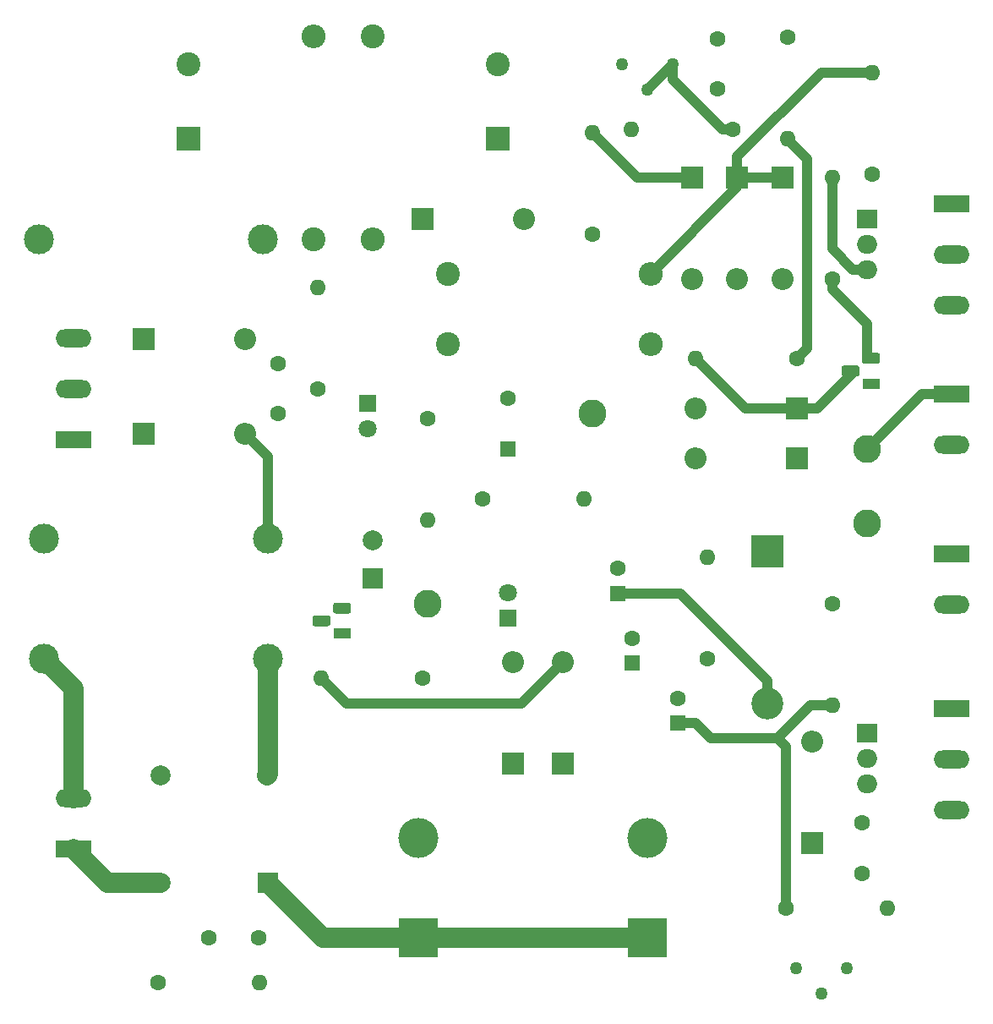
<source format=gbr>
G04 #@! TF.GenerationSoftware,KiCad,Pcbnew,(5.0.0-3-g5ebb6b6)*
G04 #@! TF.CreationDate,2018-12-23T17:20:18+00:00*
G04 #@! TF.ProjectId,Regulator,526567756C61746F722E6B696361645F,rev?*
G04 #@! TF.SameCoordinates,Original*
G04 #@! TF.FileFunction,Copper,L2,Bot,Signal*
G04 #@! TF.FilePolarity,Positive*
%FSLAX46Y46*%
G04 Gerber Fmt 4.6, Leading zero omitted, Abs format (unit mm)*
G04 Created by KiCad (PCBNEW (5.0.0-3-g5ebb6b6)) date Sunday, 23 December 2018 at 17:20:18*
%MOMM*%
%LPD*%
G01*
G04 APERTURE LIST*
G04 #@! TA.AperFunction,ComponentPad*
%ADD10C,2.000000*%
G04 #@! TD*
G04 #@! TA.AperFunction,ComponentPad*
%ADD11R,2.000000X2.000000*%
G04 #@! TD*
G04 #@! TA.AperFunction,ComponentPad*
%ADD12C,1.600000*%
G04 #@! TD*
G04 #@! TA.AperFunction,ComponentPad*
%ADD13C,4.000000*%
G04 #@! TD*
G04 #@! TA.AperFunction,ComponentPad*
%ADD14R,4.000000X4.000000*%
G04 #@! TD*
G04 #@! TA.AperFunction,ComponentPad*
%ADD15R,1.600000X1.600000*%
G04 #@! TD*
G04 #@! TA.AperFunction,ComponentPad*
%ADD16C,2.400000*%
G04 #@! TD*
G04 #@! TA.AperFunction,ComponentPad*
%ADD17R,2.400000X2.400000*%
G04 #@! TD*
G04 #@! TA.AperFunction,ComponentPad*
%ADD18O,2.200000X2.200000*%
G04 #@! TD*
G04 #@! TA.AperFunction,ComponentPad*
%ADD19R,2.200000X2.200000*%
G04 #@! TD*
G04 #@! TA.AperFunction,ComponentPad*
%ADD20R,3.200000X3.200000*%
G04 #@! TD*
G04 #@! TA.AperFunction,ComponentPad*
%ADD21O,3.200000X3.200000*%
G04 #@! TD*
G04 #@! TA.AperFunction,ComponentPad*
%ADD22R,1.800000X1.800000*%
G04 #@! TD*
G04 #@! TA.AperFunction,ComponentPad*
%ADD23C,1.800000*%
G04 #@! TD*
G04 #@! TA.AperFunction,ComponentPad*
%ADD24C,3.000000*%
G04 #@! TD*
G04 #@! TA.AperFunction,ComponentPad*
%ADD25R,3.600000X1.800000*%
G04 #@! TD*
G04 #@! TA.AperFunction,ComponentPad*
%ADD26O,3.600000X1.800000*%
G04 #@! TD*
G04 #@! TA.AperFunction,Conductor*
%ADD27C,0.100000*%
G04 #@! TD*
G04 #@! TA.AperFunction,ComponentPad*
%ADD28C,1.100000*%
G04 #@! TD*
G04 #@! TA.AperFunction,ComponentPad*
%ADD29R,1.800000X1.100000*%
G04 #@! TD*
G04 #@! TA.AperFunction,ComponentPad*
%ADD30R,2.000000X1.905000*%
G04 #@! TD*
G04 #@! TA.AperFunction,ComponentPad*
%ADD31O,2.000000X1.905000*%
G04 #@! TD*
G04 #@! TA.AperFunction,ComponentPad*
%ADD32O,1.600000X1.600000*%
G04 #@! TD*
G04 #@! TA.AperFunction,ComponentPad*
%ADD33C,2.800000*%
G04 #@! TD*
G04 #@! TA.AperFunction,ComponentPad*
%ADD34C,1.260000*%
G04 #@! TD*
G04 #@! TA.AperFunction,ComponentPad*
%ADD35O,2.400000X2.400000*%
G04 #@! TD*
G04 #@! TA.AperFunction,ComponentPad*
%ADD36R,1.998980X1.998980*%
G04 #@! TD*
G04 #@! TA.AperFunction,ComponentPad*
%ADD37C,1.998980*%
G04 #@! TD*
G04 #@! TA.AperFunction,Conductor*
%ADD38C,2.000000*%
G04 #@! TD*
G04 #@! TA.AperFunction,Conductor*
%ADD39C,1.000000*%
G04 #@! TD*
G04 APERTURE END LIST*
D10*
G04 #@! TO.P,D8,3*
G04 #@! TO.N,+VDC*
X64700000Y-126200000D03*
G04 #@! TO.P,D8,4*
G04 #@! TO.N,Net-(D8-Pad4)*
X64700000Y-137000000D03*
D11*
G04 #@! TO.P,D8,1*
G04 #@! TO.N,REG3*
X75500000Y-137000000D03*
D10*
G04 #@! TO.P,D8,2*
G04 #@! TO.N,Net-(C1-Pad2)*
X75400000Y-126200000D03*
G04 #@! TD*
D12*
G04 #@! TO.P,C1,1*
G04 #@! TO.N,Net-(C1-Pad1)*
X74500000Y-142500000D03*
G04 #@! TO.P,C1,2*
G04 #@! TO.N,Net-(C1-Pad2)*
X69500000Y-142500000D03*
G04 #@! TD*
D13*
G04 #@! TO.P,C2,2*
G04 #@! TO.N,+VDC*
X113500000Y-132500000D03*
D14*
G04 #@! TO.P,C2,1*
G04 #@! TO.N,REG3*
X113500000Y-142500000D03*
G04 #@! TD*
G04 #@! TO.P,C3,1*
G04 #@! TO.N,REG3*
X90500000Y-142500000D03*
D13*
G04 #@! TO.P,C3,2*
G04 #@! TO.N,+VDC*
X90500000Y-132500000D03*
G04 #@! TD*
D12*
G04 #@! TO.P,C5,1*
G04 #@! TO.N,REG3*
X135000000Y-131000000D03*
G04 #@! TO.P,C5,2*
G04 #@! TO.N,+VDC*
X135000000Y-136000000D03*
G04 #@! TD*
D15*
G04 #@! TO.P,C6,1*
G04 #@! TO.N,REG1*
X116500000Y-121000000D03*
D12*
G04 #@! TO.P,C6,2*
G04 #@! TO.N,+VDC*
X116500000Y-118500000D03*
G04 #@! TD*
G04 #@! TO.P,C7,2*
G04 #@! TO.N,+VDC*
X112000000Y-112500000D03*
D15*
G04 #@! TO.P,C7,1*
G04 #@! TO.N,Net-(C7-Pad1)*
X112000000Y-115000000D03*
G04 #@! TD*
G04 #@! TO.P,C8,1*
G04 #@! TO.N,REG2*
X110500000Y-108000000D03*
D12*
G04 #@! TO.P,C8,2*
G04 #@! TO.N,+VDC*
X110500000Y-105500000D03*
G04 #@! TD*
G04 #@! TO.P,C9,2*
G04 #@! TO.N,Net-(C9-Pad2)*
X76500000Y-85000000D03*
G04 #@! TO.P,C9,1*
G04 #@! TO.N,Net-(C9-Pad1)*
X76500000Y-90000000D03*
G04 #@! TD*
D16*
G04 #@! TO.P,C10,2*
G04 #@! TO.N,Net-(C10-Pad2)*
X67500000Y-55000000D03*
D17*
G04 #@! TO.P,C10,1*
G04 #@! TO.N,MOS2*
X67500000Y-62500000D03*
G04 #@! TD*
G04 #@! TO.P,C11,1*
G04 #@! TO.N,Net-(C10-Pad2)*
X98500000Y-62500000D03*
D16*
G04 #@! TO.P,C11,2*
G04 #@! TO.N,GNDA*
X98500000Y-55000000D03*
G04 #@! TD*
D12*
G04 #@! TO.P,C12,2*
G04 #@! TO.N,GNDA*
X120500000Y-52500000D03*
G04 #@! TO.P,C12,1*
G04 #@! TO.N,Net-(C12-Pad1)*
X120500000Y-57500000D03*
G04 #@! TD*
D15*
G04 #@! TO.P,C13,1*
G04 #@! TO.N,Net-(C13-Pad1)*
X99500000Y-93500000D03*
D12*
G04 #@! TO.P,C13,2*
G04 #@! TO.N,GNDA*
X99500000Y-88500000D03*
G04 #@! TD*
D18*
G04 #@! TO.P,D1,2*
G04 #@! TO.N,REG2*
X130000000Y-122840000D03*
D19*
G04 #@! TO.P,D1,1*
G04 #@! TO.N,REG3*
X130000000Y-133000000D03*
G04 #@! TD*
G04 #@! TO.P,D2,1*
G04 #@! TO.N,REG2*
X100000000Y-125000000D03*
D18*
G04 #@! TO.P,D2,2*
G04 #@! TO.N,REG1*
X100000000Y-114840000D03*
G04 #@! TD*
D19*
G04 #@! TO.P,D3,1*
G04 #@! TO.N,REG1*
X105000000Y-125000000D03*
D18*
G04 #@! TO.P,D3,2*
G04 #@! TO.N,Net-(C7-Pad1)*
X105000000Y-114840000D03*
G04 #@! TD*
D20*
G04 #@! TO.P,D4,1*
G04 #@! TO.N,Net-(D4-Pad1)*
X125500000Y-103760000D03*
D21*
G04 #@! TO.P,D4,2*
G04 #@! TO.N,REG2*
X125500000Y-119000000D03*
G04 #@! TD*
D22*
G04 #@! TO.P,D5,1*
G04 #@! TO.N,+VDC*
X99500000Y-110500000D03*
D23*
G04 #@! TO.P,D5,2*
G04 #@! TO.N,Net-(D5-Pad2)*
X99500000Y-107960000D03*
G04 #@! TD*
D18*
G04 #@! TO.P,D6,2*
G04 #@! TO.N,Net-(C9-Pad1)*
X73160000Y-92000000D03*
D19*
G04 #@! TO.P,D6,1*
G04 #@! TO.N,MOS2*
X63000000Y-92000000D03*
G04 #@! TD*
G04 #@! TO.P,D7,1*
G04 #@! TO.N,MOS2*
X63000000Y-82500000D03*
D18*
G04 #@! TO.P,D7,2*
G04 #@! TO.N,Net-(D7-Pad2)*
X73160000Y-82500000D03*
G04 #@! TD*
G04 #@! TO.P,D10,2*
G04 #@! TO.N,Net-(D10-Pad2)*
X101160000Y-70500000D03*
D19*
G04 #@! TO.P,D10,1*
G04 #@! TO.N,MOS2*
X91000000Y-70500000D03*
G04 #@! TD*
G04 #@! TO.P,D11,1*
G04 #@! TO.N,Net-(D10-Pad2)*
X127000000Y-66340000D03*
D18*
G04 #@! TO.P,D11,2*
G04 #@! TO.N,Net-(D11-Pad2)*
X127000000Y-76500000D03*
G04 #@! TD*
D19*
G04 #@! TO.P,D12,1*
G04 #@! TO.N,Net-(D10-Pad2)*
X122500000Y-66340000D03*
D18*
G04 #@! TO.P,D12,2*
G04 #@! TO.N,Net-(D12-Pad2)*
X122500000Y-76500000D03*
G04 #@! TD*
G04 #@! TO.P,D13,2*
G04 #@! TO.N,Net-(D12-Pad2)*
X118000000Y-76500000D03*
D19*
G04 #@! TO.P,D13,1*
G04 #@! TO.N,Net-(D13-Pad1)*
X118000000Y-66340000D03*
G04 #@! TD*
D18*
G04 #@! TO.P,D14,2*
G04 #@! TO.N,Net-(C12-Pad1)*
X118340000Y-89500000D03*
D19*
G04 #@! TO.P,D14,1*
G04 #@! TO.N,Net-(D12-Pad2)*
X128500000Y-89500000D03*
G04 #@! TD*
D23*
G04 #@! TO.P,D15,2*
G04 #@! TO.N,Net-(D15-Pad2)*
X85500000Y-91500000D03*
D22*
G04 #@! TO.P,D15,1*
G04 #@! TO.N,GNDA*
X85500000Y-88960000D03*
G04 #@! TD*
D19*
G04 #@! TO.P,D16,1*
G04 #@! TO.N,Net-(D16-Pad1)*
X128500000Y-94500000D03*
D18*
G04 #@! TO.P,D16,2*
G04 #@! TO.N,Net-(D12-Pad2)*
X118340000Y-94500000D03*
G04 #@! TD*
D24*
G04 #@! TO.P,F1,1*
G04 #@! TO.N,Net-(C1-Pad2)*
X75500000Y-114500000D03*
G04 #@! TO.P,F1,2*
G04 #@! TO.N,Net-(F1-Pad2)*
X53000000Y-114500000D03*
G04 #@! TD*
G04 #@! TO.P,F2,2*
G04 #@! TO.N,Net-(F2-Pad2)*
X53000000Y-102500000D03*
G04 #@! TO.P,F2,1*
G04 #@! TO.N,Net-(C9-Pad1)*
X75500000Y-102500000D03*
G04 #@! TD*
G04 #@! TO.P,F3,1*
G04 #@! TO.N,Net-(D7-Pad2)*
X75000000Y-72500000D03*
G04 #@! TO.P,F3,2*
G04 #@! TO.N,Net-(F3-Pad2)*
X52500000Y-72500000D03*
G04 #@! TD*
D25*
G04 #@! TO.P,J1,1*
G04 #@! TO.N,Net-(D8-Pad4)*
X56000000Y-133580000D03*
D26*
G04 #@! TO.P,J1,2*
G04 #@! TO.N,Net-(F1-Pad2)*
X56000000Y-128500000D03*
G04 #@! TD*
D25*
G04 #@! TO.P,J2,1*
G04 #@! TO.N,Net-(F2-Pad2)*
X56000000Y-92580000D03*
D26*
G04 #@! TO.P,J2,2*
G04 #@! TO.N,GNDA*
X56000000Y-87500000D03*
G04 #@! TO.P,J2,3*
G04 #@! TO.N,Net-(F3-Pad2)*
X56000000Y-82420000D03*
G04 #@! TD*
D25*
G04 #@! TO.P,J3,1*
G04 #@! TO.N,Net-(D4-Pad1)*
X144000000Y-104000000D03*
D26*
G04 #@! TO.P,J3,2*
G04 #@! TO.N,+VDC*
X144000000Y-109080000D03*
G04 #@! TD*
G04 #@! TO.P,J4,2*
G04 #@! TO.N,GNDA*
X144000000Y-93080000D03*
D25*
G04 #@! TO.P,J4,1*
G04 #@! TO.N,Net-(D16-Pad1)*
X144000000Y-88000000D03*
G04 #@! TD*
D27*
G04 #@! TO.N,Net-(C7-Pad1)*
G04 #@! TO.C,Q1*
G36*
X81481955Y-110181324D02*
X81508650Y-110185284D01*
X81534828Y-110191841D01*
X81560238Y-110200933D01*
X81584634Y-110212472D01*
X81607782Y-110226346D01*
X81629458Y-110242422D01*
X81649454Y-110260546D01*
X81667578Y-110280542D01*
X81683654Y-110302218D01*
X81697528Y-110325366D01*
X81709067Y-110349762D01*
X81718159Y-110375172D01*
X81724716Y-110401350D01*
X81728676Y-110428045D01*
X81730000Y-110455000D01*
X81730000Y-111005000D01*
X81728676Y-111031955D01*
X81724716Y-111058650D01*
X81718159Y-111084828D01*
X81709067Y-111110238D01*
X81697528Y-111134634D01*
X81683654Y-111157782D01*
X81667578Y-111179458D01*
X81649454Y-111199454D01*
X81629458Y-111217578D01*
X81607782Y-111233654D01*
X81584634Y-111247528D01*
X81560238Y-111259067D01*
X81534828Y-111268159D01*
X81508650Y-111274716D01*
X81481955Y-111278676D01*
X81455000Y-111280000D01*
X80205000Y-111280000D01*
X80178045Y-111278676D01*
X80151350Y-111274716D01*
X80125172Y-111268159D01*
X80099762Y-111259067D01*
X80075366Y-111247528D01*
X80052218Y-111233654D01*
X80030542Y-111217578D01*
X80010546Y-111199454D01*
X79992422Y-111179458D01*
X79976346Y-111157782D01*
X79962472Y-111134634D01*
X79950933Y-111110238D01*
X79941841Y-111084828D01*
X79935284Y-111058650D01*
X79931324Y-111031955D01*
X79930000Y-111005000D01*
X79930000Y-110455000D01*
X79931324Y-110428045D01*
X79935284Y-110401350D01*
X79941841Y-110375172D01*
X79950933Y-110349762D01*
X79962472Y-110325366D01*
X79976346Y-110302218D01*
X79992422Y-110280542D01*
X80010546Y-110260546D01*
X80030542Y-110242422D01*
X80052218Y-110226346D01*
X80075366Y-110212472D01*
X80099762Y-110200933D01*
X80125172Y-110191841D01*
X80151350Y-110185284D01*
X80178045Y-110181324D01*
X80205000Y-110180000D01*
X81455000Y-110180000D01*
X81481955Y-110181324D01*
X81481955Y-110181324D01*
G37*
D28*
G04 #@! TD*
G04 #@! TO.P,Q1,2*
G04 #@! TO.N,Net-(C7-Pad1)*
X80830000Y-110730000D03*
D27*
G04 #@! TO.N,+VDC*
G04 #@! TO.C,Q1*
G36*
X83551955Y-108911324D02*
X83578650Y-108915284D01*
X83604828Y-108921841D01*
X83630238Y-108930933D01*
X83654634Y-108942472D01*
X83677782Y-108956346D01*
X83699458Y-108972422D01*
X83719454Y-108990546D01*
X83737578Y-109010542D01*
X83753654Y-109032218D01*
X83767528Y-109055366D01*
X83779067Y-109079762D01*
X83788159Y-109105172D01*
X83794716Y-109131350D01*
X83798676Y-109158045D01*
X83800000Y-109185000D01*
X83800000Y-109735000D01*
X83798676Y-109761955D01*
X83794716Y-109788650D01*
X83788159Y-109814828D01*
X83779067Y-109840238D01*
X83767528Y-109864634D01*
X83753654Y-109887782D01*
X83737578Y-109909458D01*
X83719454Y-109929454D01*
X83699458Y-109947578D01*
X83677782Y-109963654D01*
X83654634Y-109977528D01*
X83630238Y-109989067D01*
X83604828Y-109998159D01*
X83578650Y-110004716D01*
X83551955Y-110008676D01*
X83525000Y-110010000D01*
X82275000Y-110010000D01*
X82248045Y-110008676D01*
X82221350Y-110004716D01*
X82195172Y-109998159D01*
X82169762Y-109989067D01*
X82145366Y-109977528D01*
X82122218Y-109963654D01*
X82100542Y-109947578D01*
X82080546Y-109929454D01*
X82062422Y-109909458D01*
X82046346Y-109887782D01*
X82032472Y-109864634D01*
X82020933Y-109840238D01*
X82011841Y-109814828D01*
X82005284Y-109788650D01*
X82001324Y-109761955D01*
X82000000Y-109735000D01*
X82000000Y-109185000D01*
X82001324Y-109158045D01*
X82005284Y-109131350D01*
X82011841Y-109105172D01*
X82020933Y-109079762D01*
X82032472Y-109055366D01*
X82046346Y-109032218D01*
X82062422Y-109010542D01*
X82080546Y-108990546D01*
X82100542Y-108972422D01*
X82122218Y-108956346D01*
X82145366Y-108942472D01*
X82169762Y-108930933D01*
X82195172Y-108921841D01*
X82221350Y-108915284D01*
X82248045Y-108911324D01*
X82275000Y-108910000D01*
X83525000Y-108910000D01*
X83551955Y-108911324D01*
X83551955Y-108911324D01*
G37*
D28*
G04 #@! TD*
G04 #@! TO.P,Q1,3*
G04 #@! TO.N,+VDC*
X82900000Y-109460000D03*
D29*
G04 #@! TO.P,Q1,1*
G04 #@! TO.N,REG1*
X82900000Y-112000000D03*
G04 #@! TD*
D30*
G04 #@! TO.P,Q2,1*
G04 #@! TO.N,MOS1*
X135500000Y-70500000D03*
D31*
G04 #@! TO.P,Q2,2*
G04 #@! TO.N,MOS2*
X135500000Y-73040000D03*
G04 #@! TO.P,Q2,3*
G04 #@! TO.N,MOS3*
X135500000Y-75580000D03*
G04 #@! TD*
D32*
G04 #@! TO.P,R1,2*
G04 #@! TO.N,Net-(C1-Pad1)*
X74660000Y-147000000D03*
D12*
G04 #@! TO.P,R1,1*
G04 #@! TO.N,Net-(D8-Pad4)*
X64500000Y-147000000D03*
G04 #@! TD*
G04 #@! TO.P,R2,1*
G04 #@! TO.N,REG2*
X132000000Y-109000000D03*
D32*
G04 #@! TO.P,R2,2*
G04 #@! TO.N,REG1*
X132000000Y-119160000D03*
G04 #@! TD*
G04 #@! TO.P,R3,2*
G04 #@! TO.N,Net-(C7-Pad1)*
X80840000Y-116500000D03*
D12*
G04 #@! TO.P,R3,1*
G04 #@! TO.N,REG2*
X91000000Y-116500000D03*
G04 #@! TD*
G04 #@! TO.P,R4,1*
G04 #@! TO.N,Net-(D4-Pad1)*
X119500000Y-114500000D03*
D32*
G04 #@! TO.P,R4,2*
G04 #@! TO.N,Net-(D5-Pad2)*
X119500000Y-104340000D03*
G04 #@! TD*
G04 #@! TO.P,R5,2*
G04 #@! TO.N,Net-(D7-Pad2)*
X80500000Y-77340000D03*
D12*
G04 #@! TO.P,R5,1*
G04 #@! TO.N,Net-(C9-Pad2)*
X80500000Y-87500000D03*
G04 #@! TD*
D32*
G04 #@! TO.P,R19,2*
G04 #@! TO.N,+VDC*
X91500000Y-100660000D03*
D12*
G04 #@! TO.P,R19,1*
G04 #@! TO.N,Net-(C13-Pad1)*
X91500000Y-90500000D03*
G04 #@! TD*
G04 #@! TO.P,R10,1*
G04 #@! TO.N,Net-(D11-Pad2)*
X132000000Y-76500000D03*
D32*
G04 #@! TO.P,R10,2*
G04 #@! TO.N,MOS3*
X132000000Y-66340000D03*
G04 #@! TD*
G04 #@! TO.P,R11,2*
G04 #@! TO.N,Net-(D13-Pad1)*
X108000000Y-61840000D03*
D12*
G04 #@! TO.P,R11,1*
G04 #@! TO.N,Net-(D10-Pad2)*
X108000000Y-72000000D03*
G04 #@! TD*
D32*
G04 #@! TO.P,R12,2*
G04 #@! TO.N,Net-(D12-Pad2)*
X118340000Y-84500000D03*
D12*
G04 #@! TO.P,R12,1*
G04 #@! TO.N,Net-(C12-Pad1)*
X128500000Y-84500000D03*
G04 #@! TD*
G04 #@! TO.P,R13,1*
G04 #@! TO.N,GNDA*
X127500000Y-52340000D03*
D32*
G04 #@! TO.P,R13,2*
G04 #@! TO.N,Net-(C12-Pad1)*
X127500000Y-62500000D03*
G04 #@! TD*
D12*
G04 #@! TO.P,R15,1*
G04 #@! TO.N,Net-(D15-Pad2)*
X97000000Y-98500000D03*
D32*
G04 #@! TO.P,R15,2*
G04 #@! TO.N,Net-(C13-Pad1)*
X107160000Y-98500000D03*
G04 #@! TD*
D12*
G04 #@! TO.P,R99,1*
G04 #@! TO.N,MOS1*
X136000000Y-66000000D03*
D32*
G04 #@! TO.P,R99,2*
G04 #@! TO.N,Net-(D10-Pad2)*
X136000000Y-55840000D03*
G04 #@! TD*
D33*
G04 #@! TO.P,TP1,1*
G04 #@! TO.N,Net-(D16-Pad1)*
X135500000Y-93500000D03*
G04 #@! TD*
G04 #@! TO.P,TP2,1*
G04 #@! TO.N,GNDA*
X108000000Y-90000000D03*
G04 #@! TD*
G04 #@! TO.P,TP3,1*
G04 #@! TO.N,Net-(D4-Pad1)*
X135500000Y-101000000D03*
G04 #@! TD*
G04 #@! TO.P,TP4,1*
G04 #@! TO.N,+VDC*
X91500000Y-109000000D03*
G04 #@! TD*
D31*
G04 #@! TO.P,U1,3*
G04 #@! TO.N,REG3*
X135500000Y-127080000D03*
G04 #@! TO.P,U1,2*
G04 #@! TO.N,REG2*
X135500000Y-124540000D03*
D30*
G04 #@! TO.P,U1,1*
G04 #@! TO.N,REG1*
X135500000Y-122000000D03*
G04 #@! TD*
D29*
G04 #@! TO.P,U2,1*
G04 #@! TO.N,Net-(C12-Pad1)*
X135900000Y-87000000D03*
D27*
G04 #@! TD*
G04 #@! TO.N,Net-(D11-Pad2)*
G04 #@! TO.C,U2*
G36*
X136551955Y-83911324D02*
X136578650Y-83915284D01*
X136604828Y-83921841D01*
X136630238Y-83930933D01*
X136654634Y-83942472D01*
X136677782Y-83956346D01*
X136699458Y-83972422D01*
X136719454Y-83990546D01*
X136737578Y-84010542D01*
X136753654Y-84032218D01*
X136767528Y-84055366D01*
X136779067Y-84079762D01*
X136788159Y-84105172D01*
X136794716Y-84131350D01*
X136798676Y-84158045D01*
X136800000Y-84185000D01*
X136800000Y-84735000D01*
X136798676Y-84761955D01*
X136794716Y-84788650D01*
X136788159Y-84814828D01*
X136779067Y-84840238D01*
X136767528Y-84864634D01*
X136753654Y-84887782D01*
X136737578Y-84909458D01*
X136719454Y-84929454D01*
X136699458Y-84947578D01*
X136677782Y-84963654D01*
X136654634Y-84977528D01*
X136630238Y-84989067D01*
X136604828Y-84998159D01*
X136578650Y-85004716D01*
X136551955Y-85008676D01*
X136525000Y-85010000D01*
X135275000Y-85010000D01*
X135248045Y-85008676D01*
X135221350Y-85004716D01*
X135195172Y-84998159D01*
X135169762Y-84989067D01*
X135145366Y-84977528D01*
X135122218Y-84963654D01*
X135100542Y-84947578D01*
X135080546Y-84929454D01*
X135062422Y-84909458D01*
X135046346Y-84887782D01*
X135032472Y-84864634D01*
X135020933Y-84840238D01*
X135011841Y-84814828D01*
X135005284Y-84788650D01*
X135001324Y-84761955D01*
X135000000Y-84735000D01*
X135000000Y-84185000D01*
X135001324Y-84158045D01*
X135005284Y-84131350D01*
X135011841Y-84105172D01*
X135020933Y-84079762D01*
X135032472Y-84055366D01*
X135046346Y-84032218D01*
X135062422Y-84010542D01*
X135080546Y-83990546D01*
X135100542Y-83972422D01*
X135122218Y-83956346D01*
X135145366Y-83942472D01*
X135169762Y-83930933D01*
X135195172Y-83921841D01*
X135221350Y-83915284D01*
X135248045Y-83911324D01*
X135275000Y-83910000D01*
X136525000Y-83910000D01*
X136551955Y-83911324D01*
X136551955Y-83911324D01*
G37*
D28*
G04 #@! TO.P,U2,3*
G04 #@! TO.N,Net-(D11-Pad2)*
X135900000Y-84460000D03*
D27*
G04 #@! TD*
G04 #@! TO.N,Net-(D12-Pad2)*
G04 #@! TO.C,U2*
G36*
X134481955Y-85181324D02*
X134508650Y-85185284D01*
X134534828Y-85191841D01*
X134560238Y-85200933D01*
X134584634Y-85212472D01*
X134607782Y-85226346D01*
X134629458Y-85242422D01*
X134649454Y-85260546D01*
X134667578Y-85280542D01*
X134683654Y-85302218D01*
X134697528Y-85325366D01*
X134709067Y-85349762D01*
X134718159Y-85375172D01*
X134724716Y-85401350D01*
X134728676Y-85428045D01*
X134730000Y-85455000D01*
X134730000Y-86005000D01*
X134728676Y-86031955D01*
X134724716Y-86058650D01*
X134718159Y-86084828D01*
X134709067Y-86110238D01*
X134697528Y-86134634D01*
X134683654Y-86157782D01*
X134667578Y-86179458D01*
X134649454Y-86199454D01*
X134629458Y-86217578D01*
X134607782Y-86233654D01*
X134584634Y-86247528D01*
X134560238Y-86259067D01*
X134534828Y-86268159D01*
X134508650Y-86274716D01*
X134481955Y-86278676D01*
X134455000Y-86280000D01*
X133205000Y-86280000D01*
X133178045Y-86278676D01*
X133151350Y-86274716D01*
X133125172Y-86268159D01*
X133099762Y-86259067D01*
X133075366Y-86247528D01*
X133052218Y-86233654D01*
X133030542Y-86217578D01*
X133010546Y-86199454D01*
X132992422Y-86179458D01*
X132976346Y-86157782D01*
X132962472Y-86134634D01*
X132950933Y-86110238D01*
X132941841Y-86084828D01*
X132935284Y-86058650D01*
X132931324Y-86031955D01*
X132930000Y-86005000D01*
X132930000Y-85455000D01*
X132931324Y-85428045D01*
X132935284Y-85401350D01*
X132941841Y-85375172D01*
X132950933Y-85349762D01*
X132962472Y-85325366D01*
X132976346Y-85302218D01*
X132992422Y-85280542D01*
X133010546Y-85260546D01*
X133030542Y-85242422D01*
X133052218Y-85226346D01*
X133075366Y-85212472D01*
X133099762Y-85200933D01*
X133125172Y-85191841D01*
X133151350Y-85185284D01*
X133178045Y-85181324D01*
X133205000Y-85180000D01*
X134455000Y-85180000D01*
X134481955Y-85181324D01*
X134481955Y-85181324D01*
G37*
D28*
G04 #@! TO.P,U2,2*
G04 #@! TO.N,Net-(D12-Pad2)*
X133830000Y-85730000D03*
G04 #@! TD*
D34*
G04 #@! TO.P,RV1,3*
G04 #@! TO.N,REG1*
X128420000Y-145500000D03*
G04 #@! TO.P,RV1,2*
G04 #@! TO.N,+VDC*
X130960000Y-148040000D03*
G04 #@! TO.P,RV1,1*
X133500000Y-145500000D03*
G04 #@! TD*
G04 #@! TO.P,RV2,1*
G04 #@! TO.N,GNDA*
X116000000Y-55000000D03*
G04 #@! TO.P,RV2,2*
X113460000Y-57540000D03*
G04 #@! TO.P,RV2,3*
G04 #@! TO.N,Net-(C12-Pad1)*
X110920000Y-55000000D03*
G04 #@! TD*
D32*
G04 #@! TO.P,R16,2*
G04 #@! TO.N,+VDC*
X137500000Y-139500000D03*
D12*
G04 #@! TO.P,R16,1*
G04 #@! TO.N,REG1*
X127340000Y-139500000D03*
G04 #@! TD*
G04 #@! TO.P,R17,1*
G04 #@! TO.N,GNDA*
X122000000Y-61500000D03*
D32*
G04 #@! TO.P,R17,2*
G04 #@! TO.N,Net-(C12-Pad1)*
X111840000Y-61500000D03*
G04 #@! TD*
D26*
G04 #@! TO.P,J5,3*
G04 #@! TO.N,MOS3*
X144000000Y-79160000D03*
G04 #@! TO.P,J5,2*
G04 #@! TO.N,MOS2*
X144000000Y-74080000D03*
D25*
G04 #@! TO.P,J5,1*
G04 #@! TO.N,MOS1*
X144000000Y-69000000D03*
G04 #@! TD*
G04 #@! TO.P,J6,1*
G04 #@! TO.N,REG1*
X144000000Y-119500000D03*
D26*
G04 #@! TO.P,J6,2*
G04 #@! TO.N,REG2*
X144000000Y-124580000D03*
G04 #@! TO.P,J6,3*
G04 #@! TO.N,REG3*
X144000000Y-129660000D03*
G04 #@! TD*
D16*
G04 #@! TO.P,R6,1*
G04 #@! TO.N,MOS2*
X80000000Y-72500000D03*
D35*
G04 #@! TO.P,R6,2*
G04 #@! TO.N,Net-(C10-Pad2)*
X80000000Y-52180000D03*
G04 #@! TD*
G04 #@! TO.P,R7,2*
G04 #@! TO.N,GNDA*
X86000000Y-72500000D03*
D16*
G04 #@! TO.P,R7,1*
G04 #@! TO.N,Net-(C10-Pad2)*
X86000000Y-52180000D03*
G04 #@! TD*
G04 #@! TO.P,R8,1*
G04 #@! TO.N,MOS2*
X93500000Y-76000000D03*
D35*
G04 #@! TO.P,R8,2*
G04 #@! TO.N,Net-(D10-Pad2)*
X113820000Y-76000000D03*
G04 #@! TD*
G04 #@! TO.P,R14,2*
G04 #@! TO.N,Net-(D12-Pad2)*
X113820000Y-83000000D03*
D16*
G04 #@! TO.P,R14,1*
G04 #@! TO.N,Net-(C13-Pad1)*
X93500000Y-83000000D03*
G04 #@! TD*
D36*
G04 #@! TO.P,JP1,1*
G04 #@! TO.N,+VDC*
X86000000Y-106500000D03*
D37*
G04 #@! TO.P,JP1,2*
G04 #@! TO.N,GNDA*
X86000000Y-102690000D03*
G04 #@! TD*
D38*
G04 #@! TO.N,Net-(C1-Pad2)*
X75500000Y-126100000D02*
X75400000Y-126200000D01*
X75500000Y-114500000D02*
X75500000Y-126100000D01*
D39*
G04 #@! TO.N,Net-(C7-Pad1)*
X105000000Y-114840000D02*
X100840000Y-119000000D01*
X83340000Y-119000000D02*
X80840000Y-116500000D01*
X100840000Y-119000000D02*
X83340000Y-119000000D01*
G04 #@! TO.N,Net-(C9-Pad1)*
X75500000Y-94340000D02*
X73160000Y-92000000D01*
X75500000Y-102500000D02*
X75500000Y-94340000D01*
G04 #@! TO.N,GNDA*
X121000000Y-61500000D02*
X122000000Y-61500000D01*
X116000000Y-56500000D02*
X121000000Y-61500000D01*
X116000000Y-55000000D02*
X116000000Y-56500000D01*
X113460000Y-57540000D02*
X116000000Y-55000000D01*
G04 #@! TO.N,Net-(C12-Pad1)*
X128299999Y-63299999D02*
X127500000Y-62500000D01*
X129500000Y-64500000D02*
X128299999Y-63299999D01*
X129500000Y-83500000D02*
X129500000Y-64500000D01*
X128500000Y-84500000D02*
X129500000Y-83500000D01*
G04 #@! TO.N,Net-(D10-Pad2)*
X122500000Y-67320000D02*
X122500000Y-66340000D01*
X113820000Y-76000000D02*
X122500000Y-67320000D01*
X130900000Y-55840000D02*
X136000000Y-55840000D01*
X122500000Y-64240000D02*
X130900000Y-55840000D01*
X122500000Y-66340000D02*
X122500000Y-64240000D01*
X122500000Y-66340000D02*
X127000000Y-66340000D01*
G04 #@! TO.N,Net-(D11-Pad2)*
X132000000Y-77500000D02*
X132000000Y-76500000D01*
X135500000Y-81000000D02*
X132000000Y-77500000D01*
X135500000Y-84460000D02*
X135500000Y-81000000D01*
G04 #@! TO.N,Net-(D12-Pad2)*
X123340000Y-89500000D02*
X128500000Y-89500000D01*
X118340000Y-84500000D02*
X123340000Y-89500000D01*
X130460000Y-89500000D02*
X134230000Y-85730000D01*
X128500000Y-89500000D02*
X130460000Y-89500000D01*
G04 #@! TO.N,Net-(D16-Pad1)*
X141000000Y-88000000D02*
X135500000Y-93500000D01*
X144000000Y-88000000D02*
X141000000Y-88000000D01*
D38*
G04 #@! TO.N,Net-(F1-Pad2)*
X56000000Y-117500000D02*
X53000000Y-114500000D01*
X56000000Y-128500000D02*
X56000000Y-117500000D01*
G04 #@! TO.N,REG3*
X81000000Y-142500000D02*
X75500000Y-137000000D01*
X90500000Y-142500000D02*
X81000000Y-142500000D01*
X113500000Y-142500000D02*
X90500000Y-142500000D01*
D39*
G04 #@! TO.N,REG1*
X129840000Y-119160000D02*
X132000000Y-119160000D01*
X118300000Y-121000000D02*
X119800000Y-122500000D01*
X126500000Y-122500000D02*
X129840000Y-119160000D01*
X119800000Y-122500000D02*
X126500000Y-122500000D01*
X116500000Y-121000000D02*
X118300000Y-121000000D01*
X127340000Y-123340000D02*
X126500000Y-122500000D01*
X127340000Y-139500000D02*
X127340000Y-123340000D01*
G04 #@! TO.N,REG2*
X125500000Y-116737259D02*
X125500000Y-119000000D01*
X116762741Y-108000000D02*
X125500000Y-116737259D01*
X110500000Y-108000000D02*
X116762741Y-108000000D01*
G04 #@! TO.N,MOS3*
X134080000Y-75580000D02*
X135500000Y-75580000D01*
X132000000Y-73500000D02*
X134080000Y-75580000D01*
X132000000Y-66500000D02*
X132000000Y-73500000D01*
D38*
G04 #@! TO.N,Net-(D8-Pad4)*
X59420000Y-137000000D02*
X56000000Y-133580000D01*
X64700000Y-137000000D02*
X59420000Y-137000000D01*
D39*
G04 #@! TO.N,Net-(D13-Pad1)*
X112500000Y-66340000D02*
X108000000Y-61840000D01*
X118000000Y-66340000D02*
X112500000Y-66340000D01*
G04 #@! TD*
M02*

</source>
